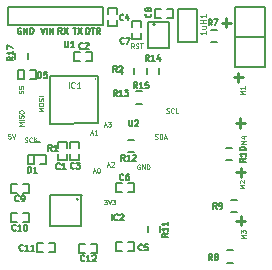
<source format=gto>
G04 #@! TF.FileFunction,Legend,Top*
%FSLAX46Y46*%
G04 Gerber Fmt 4.6, Leading zero omitted, Abs format (unit mm)*
G04 Created by KiCad (PCBNEW (2014-12-04 BZR 5312)-product) date 1/18/2015 1:19:07 PM*
%MOMM*%
G01*
G04 APERTURE LIST*
%ADD10C,0.100000*%
%ADD11C,0.254000*%
%ADD12C,0.127000*%
%ADD13C,0.150000*%
%ADD14C,0.125000*%
G04 APERTURE END LIST*
D10*
D11*
X65190673Y-36282811D02*
X65964768Y-36282811D01*
X65577720Y-36669859D02*
X65577720Y-35895764D01*
X66432733Y-53039191D02*
X67206828Y-53039191D01*
X66819780Y-53426239D02*
X66819780Y-52652144D01*
X66422573Y-48937091D02*
X67196668Y-48937091D01*
X66809620Y-49324139D02*
X66809620Y-48550044D01*
X66376853Y-44776571D02*
X67150948Y-44776571D01*
X66763900Y-45163619D02*
X66763900Y-44389524D01*
X66226993Y-40923391D02*
X67001088Y-40923391D01*
X66614040Y-41310439D02*
X66614040Y-40536344D01*
D12*
X53737328Y-37229990D02*
X53737328Y-36721990D01*
X53858281Y-36721990D01*
X53930852Y-36746180D01*
X53979233Y-36794561D01*
X54003424Y-36842942D01*
X54027614Y-36939704D01*
X54027614Y-37012275D01*
X54003424Y-37109037D01*
X53979233Y-37157418D01*
X53930852Y-37205799D01*
X53858281Y-37229990D01*
X53737328Y-37229990D01*
X54172757Y-36721990D02*
X54463043Y-36721990D01*
X54317900Y-37229990D02*
X54317900Y-36721990D01*
X54922662Y-37229990D02*
X54753329Y-36988085D01*
X54632376Y-37229990D02*
X54632376Y-36721990D01*
X54825900Y-36721990D01*
X54874281Y-36746180D01*
X54898472Y-36770370D01*
X54922662Y-36818751D01*
X54922662Y-36891323D01*
X54898472Y-36939704D01*
X54874281Y-36963894D01*
X54825900Y-36988085D01*
X54632376Y-36988085D01*
X52615132Y-36721990D02*
X52905418Y-36721990D01*
X52760275Y-37229990D02*
X52760275Y-36721990D01*
X53026370Y-36721990D02*
X53365037Y-37229990D01*
X53365037Y-36721990D02*
X53026370Y-37229990D01*
X51655133Y-37229990D02*
X51485800Y-36988085D01*
X51364847Y-37229990D02*
X51364847Y-36721990D01*
X51558371Y-36721990D01*
X51606752Y-36746180D01*
X51630943Y-36770370D01*
X51655133Y-36818751D01*
X51655133Y-36891323D01*
X51630943Y-36939704D01*
X51606752Y-36963894D01*
X51558371Y-36988085D01*
X51364847Y-36988085D01*
X51824466Y-36721990D02*
X52163133Y-37229990D01*
X52163133Y-36721990D02*
X51824466Y-37229990D01*
X49885479Y-36721990D02*
X50054812Y-37229990D01*
X50224146Y-36721990D01*
X50393479Y-37229990D02*
X50393479Y-36721990D01*
X50635384Y-37229990D02*
X50635384Y-36721990D01*
X50925670Y-37229990D01*
X50925670Y-36721990D01*
X48205693Y-36746180D02*
X48157312Y-36721990D01*
X48084740Y-36721990D01*
X48012169Y-36746180D01*
X47963788Y-36794561D01*
X47939597Y-36842942D01*
X47915407Y-36939704D01*
X47915407Y-37012275D01*
X47939597Y-37109037D01*
X47963788Y-37157418D01*
X48012169Y-37205799D01*
X48084740Y-37229990D01*
X48133121Y-37229990D01*
X48205693Y-37205799D01*
X48229883Y-37181609D01*
X48229883Y-37012275D01*
X48133121Y-37012275D01*
X48447597Y-37229990D02*
X48447597Y-36721990D01*
X48737883Y-37229990D01*
X48737883Y-36721990D01*
X48979787Y-37229990D02*
X48979787Y-36721990D01*
X49100740Y-36721990D01*
X49173311Y-36746180D01*
X49221692Y-36794561D01*
X49245883Y-36842942D01*
X49270073Y-36939704D01*
X49270073Y-37012275D01*
X49245883Y-37109037D01*
X49221692Y-37157418D01*
X49173311Y-37205799D01*
X49100740Y-37229990D01*
X48979787Y-37229990D01*
D13*
X52105020Y-46860460D02*
X52105020Y-46352460D01*
X52105020Y-46352460D02*
X51343020Y-46352460D01*
X51343020Y-46352460D02*
X51343020Y-46860460D01*
X52105020Y-47368460D02*
X52105020Y-47876460D01*
X52105020Y-47876460D02*
X51343020Y-47876460D01*
X51343020Y-47876460D02*
X51343020Y-47368460D01*
X53721900Y-39554200D02*
X54229900Y-39554200D01*
X54229900Y-39554200D02*
X54229900Y-38792200D01*
X54229900Y-38792200D02*
X53721900Y-38792200D01*
X53213900Y-39554200D02*
X52705900Y-39554200D01*
X52705900Y-39554200D02*
X52705900Y-38792200D01*
X52705900Y-38792200D02*
X53213900Y-38792200D01*
X53118480Y-46860460D02*
X53118480Y-46352460D01*
X53118480Y-46352460D02*
X52356480Y-46352460D01*
X52356480Y-46352460D02*
X52356480Y-46860460D01*
X53118480Y-47368460D02*
X53118480Y-47876460D01*
X53118480Y-47876460D02*
X52356480Y-47876460D01*
X52356480Y-47876460D02*
X52356480Y-47368460D01*
X56370220Y-35554920D02*
X56370220Y-35046920D01*
X56370220Y-35046920D02*
X55608220Y-35046920D01*
X55608220Y-35046920D02*
X55608220Y-35554920D01*
X56370220Y-36062920D02*
X56370220Y-36570920D01*
X56370220Y-36570920D02*
X55608220Y-36570920D01*
X55608220Y-36570920D02*
X55608220Y-36062920D01*
X56776620Y-54881780D02*
X56268620Y-54881780D01*
X56268620Y-54881780D02*
X56268620Y-55643780D01*
X56268620Y-55643780D02*
X56776620Y-55643780D01*
X57284620Y-54881780D02*
X57792620Y-54881780D01*
X57792620Y-54881780D02*
X57792620Y-55643780D01*
X57792620Y-55643780D02*
X57284620Y-55643780D01*
X56758840Y-49832260D02*
X56250840Y-49832260D01*
X56250840Y-49832260D02*
X56250840Y-50594260D01*
X56250840Y-50594260D02*
X56758840Y-50594260D01*
X57266840Y-49832260D02*
X57774840Y-49832260D01*
X57774840Y-49832260D02*
X57774840Y-50594260D01*
X57774840Y-50594260D02*
X57266840Y-50594260D01*
X57646950Y-37133350D02*
X57646950Y-37641350D01*
X57646950Y-37641350D02*
X58408950Y-37641350D01*
X58408950Y-37641350D02*
X58408950Y-37133350D01*
X57646950Y-36625350D02*
X57646950Y-36117350D01*
X57646950Y-36117350D02*
X58408950Y-36117350D01*
X58408950Y-36117350D02*
X58408950Y-36625350D01*
X60567950Y-35863350D02*
X61075950Y-35863350D01*
X61075950Y-35863350D02*
X61075950Y-35101350D01*
X61075950Y-35101350D02*
X60567950Y-35101350D01*
X60059950Y-35863350D02*
X59551950Y-35863350D01*
X59551950Y-35863350D02*
X59551950Y-35101350D01*
X59551950Y-35101350D02*
X60059950Y-35101350D01*
X48342450Y-50711950D02*
X48850450Y-50711950D01*
X48850450Y-50711950D02*
X48850450Y-49949950D01*
X48850450Y-49949950D02*
X48342450Y-49949950D01*
X47834450Y-50711950D02*
X47326450Y-50711950D01*
X47326450Y-50711950D02*
X47326450Y-49949950D01*
X47326450Y-49949950D02*
X47834450Y-49949950D01*
X48393250Y-53201150D02*
X48901250Y-53201150D01*
X48901250Y-53201150D02*
X48901250Y-52439150D01*
X48901250Y-52439150D02*
X48393250Y-52439150D01*
X47885250Y-53201150D02*
X47377250Y-53201150D01*
X47377250Y-53201150D02*
X47377250Y-52439150D01*
X47377250Y-52439150D02*
X47885250Y-52439150D01*
X50568860Y-55737760D02*
X51076860Y-55737760D01*
X51076860Y-55737760D02*
X51076860Y-54975760D01*
X51076860Y-54975760D02*
X50568860Y-54975760D01*
X50060860Y-55737760D02*
X49552860Y-55737760D01*
X49552860Y-55737760D02*
X49552860Y-54975760D01*
X49552860Y-54975760D02*
X50060860Y-54975760D01*
X54157880Y-55747920D02*
X54665880Y-55747920D01*
X54665880Y-55747920D02*
X54665880Y-54985920D01*
X54665880Y-54985920D02*
X54157880Y-54985920D01*
X53649880Y-55747920D02*
X53141880Y-55747920D01*
X53141880Y-55747920D02*
X53141880Y-54985920D01*
X53141880Y-54985920D02*
X53649880Y-54985920D01*
X49310480Y-48271700D02*
X49300480Y-47511700D01*
X49814480Y-48272700D02*
X50322480Y-48272700D01*
X50322480Y-48272700D02*
X50322480Y-47510700D01*
X50322480Y-47510700D02*
X49814480Y-47510700D01*
X49306480Y-48272700D02*
X48798480Y-48272700D01*
X48798480Y-48272700D02*
X48798480Y-47510700D01*
X48798480Y-47510700D02*
X49306480Y-47510700D01*
X49300320Y-47479440D02*
X49800320Y-47479440D01*
X49800320Y-46429440D02*
X49300320Y-46429440D01*
X57789300Y-40610600D02*
X57789300Y-40110600D01*
X56739300Y-40110600D02*
X56739300Y-40610600D01*
X64766000Y-36863800D02*
X64266000Y-36863800D01*
X64266000Y-37913800D02*
X64766000Y-37913800D01*
X66137600Y-55555660D02*
X65637600Y-55555660D01*
X65637600Y-56605660D02*
X66137600Y-56605660D01*
X66483040Y-51285920D02*
X65983040Y-51285920D01*
X65983040Y-52335920D02*
X66483040Y-52335920D01*
X66063940Y-46894260D02*
X65563940Y-46894260D01*
X65563940Y-47944260D02*
X66063940Y-47944260D01*
X58933860Y-53539580D02*
X58933860Y-54039580D01*
X59983860Y-54039580D02*
X59983860Y-53539580D01*
X57281000Y-47250840D02*
X57781000Y-47250840D01*
X57781000Y-46200840D02*
X57281000Y-46200840D01*
X58483530Y-42110170D02*
X57983530Y-42110170D01*
X57983530Y-43160170D02*
X58483530Y-43160170D01*
X59894960Y-40610600D02*
X59894960Y-40110600D01*
X58844960Y-40110600D02*
X58844960Y-40610600D01*
X58843400Y-40610600D02*
X58843400Y-40110600D01*
X57793400Y-40110600D02*
X57793400Y-40610600D01*
X59529861Y-36436150D02*
G75*
G03X59529861Y-36436150I-72111J0D01*
G01*
X60777750Y-36256150D02*
X60777750Y-38416150D01*
X60777750Y-38416150D02*
X58977750Y-38416150D01*
X58977750Y-38416150D02*
X58977750Y-36256150D01*
X58977750Y-36256150D02*
X60757750Y-36256150D01*
X60757750Y-36256150D02*
X60777750Y-36256150D01*
X53046208Y-51233150D02*
G75*
G03X53046208Y-51233150I-76158J0D01*
G01*
X53330050Y-50863150D02*
X50690050Y-50863150D01*
X50690050Y-50863150D02*
X50690050Y-53463150D01*
X50690050Y-53463150D02*
X53320050Y-53463150D01*
X53320050Y-53463150D02*
X53320050Y-50863150D01*
X54547900Y-41063200D02*
G75*
G03X54547900Y-41063200I-50000J0D01*
G01*
X54717900Y-40823200D02*
X54717900Y-44813200D01*
X54717900Y-44813200D02*
X50697900Y-44823200D01*
X50697900Y-44823200D02*
X50697900Y-40823200D01*
X50697900Y-40823200D02*
X54707900Y-40823200D01*
X61490550Y-37898350D02*
X63090550Y-37898350D01*
X63090550Y-37898350D02*
X63090550Y-35128350D01*
X63090550Y-35128350D02*
X61470550Y-35128350D01*
X61470550Y-35128350D02*
X61470550Y-37898350D01*
X61470550Y-37898350D02*
X61530550Y-37898350D01*
X48456500Y-41045400D02*
X48446500Y-40285400D01*
X48960500Y-41046400D02*
X49468500Y-41046400D01*
X49468500Y-41046400D02*
X49468500Y-40284400D01*
X49468500Y-40284400D02*
X48960500Y-40284400D01*
X48452500Y-41046400D02*
X47944500Y-41046400D01*
X47944500Y-41046400D02*
X47944500Y-40284400D01*
X47944500Y-40284400D02*
X48452500Y-40284400D01*
X48774300Y-39340600D02*
X48774300Y-38840600D01*
X47724300Y-38840600D02*
X47724300Y-39340600D01*
X68834000Y-37515800D02*
X66294000Y-37515800D01*
X68834000Y-40055800D02*
X66294000Y-40055800D01*
X66294000Y-40055800D02*
X66294000Y-37515800D01*
X66294000Y-37515800D02*
X66294000Y-34975800D01*
X66294000Y-34975800D02*
X68834000Y-34975800D01*
X68834000Y-34975800D02*
X68834000Y-40055800D01*
X47134880Y-34991140D02*
X55134880Y-34991140D01*
X55134880Y-34991140D02*
X55134880Y-36491140D01*
X55134880Y-36491140D02*
X47134880Y-36491140D01*
X47134880Y-36491140D02*
X47134880Y-34991140D01*
D12*
X51924252Y-37867530D02*
X51924252Y-38278768D01*
X51948443Y-38327149D01*
X51972633Y-38351339D01*
X52021014Y-38375530D01*
X52117776Y-38375530D01*
X52166157Y-38351339D01*
X52190348Y-38327149D01*
X52214538Y-38278768D01*
X52214538Y-37867530D01*
X52722538Y-38375530D02*
X52432252Y-38375530D01*
X52577395Y-38375530D02*
X52577395Y-37867530D01*
X52529014Y-37940101D01*
X52480633Y-37988482D01*
X52432252Y-38012672D01*
X51494573Y-48621769D02*
X51470383Y-48645959D01*
X51397811Y-48670150D01*
X51349430Y-48670150D01*
X51276859Y-48645959D01*
X51228478Y-48597578D01*
X51204287Y-48549197D01*
X51180097Y-48452435D01*
X51180097Y-48379864D01*
X51204287Y-48283102D01*
X51228478Y-48234721D01*
X51276859Y-48186340D01*
X51349430Y-48162150D01*
X51397811Y-48162150D01*
X51470383Y-48186340D01*
X51494573Y-48210530D01*
X51978383Y-48670150D02*
X51688097Y-48670150D01*
X51833240Y-48670150D02*
X51833240Y-48162150D01*
X51784859Y-48234721D01*
X51736478Y-48283102D01*
X51688097Y-48307292D01*
X53443293Y-38449069D02*
X53419103Y-38473259D01*
X53346531Y-38497450D01*
X53298150Y-38497450D01*
X53225579Y-38473259D01*
X53177198Y-38424878D01*
X53153007Y-38376497D01*
X53128817Y-38279735D01*
X53128817Y-38207164D01*
X53153007Y-38110402D01*
X53177198Y-38062021D01*
X53225579Y-38013640D01*
X53298150Y-37989450D01*
X53346531Y-37989450D01*
X53419103Y-38013640D01*
X53443293Y-38037830D01*
X53636817Y-38037830D02*
X53661007Y-38013640D01*
X53709388Y-37989450D01*
X53830341Y-37989450D01*
X53878722Y-38013640D01*
X53902912Y-38037830D01*
X53927103Y-38086211D01*
X53927103Y-38134592D01*
X53902912Y-38207164D01*
X53612626Y-38497450D01*
X53927103Y-38497450D01*
X52726473Y-48588749D02*
X52702283Y-48612939D01*
X52629711Y-48637130D01*
X52581330Y-48637130D01*
X52508759Y-48612939D01*
X52460378Y-48564558D01*
X52436187Y-48516177D01*
X52411997Y-48419415D01*
X52411997Y-48346844D01*
X52436187Y-48250082D01*
X52460378Y-48201701D01*
X52508759Y-48153320D01*
X52581330Y-48129130D01*
X52629711Y-48129130D01*
X52702283Y-48153320D01*
X52726473Y-48177510D01*
X52895806Y-48129130D02*
X53210283Y-48129130D01*
X53040949Y-48322653D01*
X53113521Y-48322653D01*
X53161902Y-48346844D01*
X53186092Y-48371034D01*
X53210283Y-48419415D01*
X53210283Y-48540368D01*
X53186092Y-48588749D01*
X53161902Y-48612939D01*
X53113521Y-48637130D01*
X52968378Y-48637130D01*
X52919997Y-48612939D01*
X52895806Y-48588749D01*
X56872293Y-36038609D02*
X56848103Y-36062799D01*
X56775531Y-36086990D01*
X56727150Y-36086990D01*
X56654579Y-36062799D01*
X56606198Y-36014418D01*
X56582007Y-35966037D01*
X56557817Y-35869275D01*
X56557817Y-35796704D01*
X56582007Y-35699942D01*
X56606198Y-35651561D01*
X56654579Y-35603180D01*
X56727150Y-35578990D01*
X56775531Y-35578990D01*
X56848103Y-35603180D01*
X56872293Y-35627370D01*
X57307722Y-35748323D02*
X57307722Y-36086990D01*
X57186769Y-35554799D02*
X57065817Y-35917656D01*
X57380293Y-35917656D01*
X58459793Y-55507709D02*
X58435603Y-55531899D01*
X58363031Y-55556090D01*
X58314650Y-55556090D01*
X58242079Y-55531899D01*
X58193698Y-55483518D01*
X58169507Y-55435137D01*
X58145317Y-55338375D01*
X58145317Y-55265804D01*
X58169507Y-55169042D01*
X58193698Y-55120661D01*
X58242079Y-55072280D01*
X58314650Y-55048090D01*
X58363031Y-55048090D01*
X58435603Y-55072280D01*
X58459793Y-55096470D01*
X58919412Y-55048090D02*
X58677507Y-55048090D01*
X58653317Y-55289994D01*
X58677507Y-55265804D01*
X58725888Y-55241613D01*
X58846841Y-55241613D01*
X58895222Y-55265804D01*
X58919412Y-55289994D01*
X58943603Y-55338375D01*
X58943603Y-55459328D01*
X58919412Y-55507709D01*
X58895222Y-55531899D01*
X58846841Y-55556090D01*
X58725888Y-55556090D01*
X58677507Y-55531899D01*
X58653317Y-55507709D01*
X56882453Y-49556489D02*
X56858263Y-49580679D01*
X56785691Y-49604870D01*
X56737310Y-49604870D01*
X56664739Y-49580679D01*
X56616358Y-49532298D01*
X56592167Y-49483917D01*
X56567977Y-49387155D01*
X56567977Y-49314584D01*
X56592167Y-49217822D01*
X56616358Y-49169441D01*
X56664739Y-49121060D01*
X56737310Y-49096870D01*
X56785691Y-49096870D01*
X56858263Y-49121060D01*
X56882453Y-49145250D01*
X57317882Y-49096870D02*
X57221120Y-49096870D01*
X57172739Y-49121060D01*
X57148548Y-49145250D01*
X57100167Y-49217822D01*
X57075977Y-49314584D01*
X57075977Y-49508108D01*
X57100167Y-49556489D01*
X57124358Y-49580679D01*
X57172739Y-49604870D01*
X57269501Y-49604870D01*
X57317882Y-49580679D01*
X57342072Y-49556489D01*
X57366263Y-49508108D01*
X57366263Y-49387155D01*
X57342072Y-49338774D01*
X57317882Y-49314584D01*
X57269501Y-49290393D01*
X57172739Y-49290393D01*
X57124358Y-49314584D01*
X57100167Y-49338774D01*
X57075977Y-49387155D01*
X56928173Y-38022349D02*
X56903983Y-38046539D01*
X56831411Y-38070730D01*
X56783030Y-38070730D01*
X56710459Y-38046539D01*
X56662078Y-37998158D01*
X56637887Y-37949777D01*
X56613697Y-37853015D01*
X56613697Y-37780444D01*
X56637887Y-37683682D01*
X56662078Y-37635301D01*
X56710459Y-37586920D01*
X56783030Y-37562730D01*
X56831411Y-37562730D01*
X56903983Y-37586920D01*
X56928173Y-37611110D01*
X57097506Y-37562730D02*
X57436173Y-37562730D01*
X57218459Y-38070730D01*
X59195379Y-35517017D02*
X59219569Y-35541207D01*
X59243760Y-35613779D01*
X59243760Y-35662160D01*
X59219569Y-35734731D01*
X59171188Y-35783112D01*
X59122807Y-35807303D01*
X59026045Y-35831493D01*
X58953474Y-35831493D01*
X58856712Y-35807303D01*
X58808331Y-35783112D01*
X58759950Y-35734731D01*
X58735760Y-35662160D01*
X58735760Y-35613779D01*
X58759950Y-35541207D01*
X58784140Y-35517017D01*
X58953474Y-35226731D02*
X58929283Y-35275112D01*
X58905093Y-35299303D01*
X58856712Y-35323493D01*
X58832521Y-35323493D01*
X58784140Y-35299303D01*
X58759950Y-35275112D01*
X58735760Y-35226731D01*
X58735760Y-35129969D01*
X58759950Y-35081588D01*
X58784140Y-35057398D01*
X58832521Y-35033207D01*
X58856712Y-35033207D01*
X58905093Y-35057398D01*
X58929283Y-35081588D01*
X58953474Y-35129969D01*
X58953474Y-35226731D01*
X58977664Y-35275112D01*
X59001855Y-35299303D01*
X59050236Y-35323493D01*
X59146998Y-35323493D01*
X59195379Y-35299303D01*
X59219569Y-35275112D01*
X59243760Y-35226731D01*
X59243760Y-35129969D01*
X59219569Y-35081588D01*
X59195379Y-35057398D01*
X59146998Y-35033207D01*
X59050236Y-35033207D01*
X59001855Y-35057398D01*
X58977664Y-35081588D01*
X58953474Y-35129969D01*
X48029183Y-51375979D02*
X48004993Y-51400169D01*
X47932421Y-51424360D01*
X47884040Y-51424360D01*
X47811469Y-51400169D01*
X47763088Y-51351788D01*
X47738897Y-51303407D01*
X47714707Y-51206645D01*
X47714707Y-51134074D01*
X47738897Y-51037312D01*
X47763088Y-50988931D01*
X47811469Y-50940550D01*
X47884040Y-50916360D01*
X47932421Y-50916360D01*
X48004993Y-50940550D01*
X48029183Y-50964740D01*
X48271088Y-51424360D02*
X48367850Y-51424360D01*
X48416231Y-51400169D01*
X48440421Y-51375979D01*
X48488802Y-51303407D01*
X48512993Y-51206645D01*
X48512993Y-51013121D01*
X48488802Y-50964740D01*
X48464612Y-50940550D01*
X48416231Y-50916360D01*
X48319469Y-50916360D01*
X48271088Y-50940550D01*
X48246897Y-50964740D01*
X48222707Y-51013121D01*
X48222707Y-51134074D01*
X48246897Y-51182455D01*
X48271088Y-51206645D01*
X48319469Y-51230836D01*
X48416231Y-51230836D01*
X48464612Y-51206645D01*
X48488802Y-51182455D01*
X48512993Y-51134074D01*
X47761878Y-53839779D02*
X47737688Y-53863969D01*
X47665116Y-53888160D01*
X47616735Y-53888160D01*
X47544164Y-53863969D01*
X47495783Y-53815588D01*
X47471592Y-53767207D01*
X47447402Y-53670445D01*
X47447402Y-53597874D01*
X47471592Y-53501112D01*
X47495783Y-53452731D01*
X47544164Y-53404350D01*
X47616735Y-53380160D01*
X47665116Y-53380160D01*
X47737688Y-53404350D01*
X47761878Y-53428540D01*
X48245688Y-53888160D02*
X47955402Y-53888160D01*
X48100545Y-53888160D02*
X48100545Y-53380160D01*
X48052164Y-53452731D01*
X48003783Y-53501112D01*
X47955402Y-53525302D01*
X48560164Y-53380160D02*
X48608545Y-53380160D01*
X48656926Y-53404350D01*
X48681117Y-53428540D01*
X48705307Y-53476921D01*
X48729498Y-53573683D01*
X48729498Y-53694636D01*
X48705307Y-53791398D01*
X48681117Y-53839779D01*
X48656926Y-53863969D01*
X48608545Y-53888160D01*
X48560164Y-53888160D01*
X48511783Y-53863969D01*
X48487593Y-53839779D01*
X48463402Y-53791398D01*
X48439212Y-53694636D01*
X48439212Y-53573683D01*
X48463402Y-53476921D01*
X48487593Y-53428540D01*
X48511783Y-53404350D01*
X48560164Y-53380160D01*
X48376758Y-55547499D02*
X48352568Y-55571689D01*
X48279996Y-55595880D01*
X48231615Y-55595880D01*
X48159044Y-55571689D01*
X48110663Y-55523308D01*
X48086472Y-55474927D01*
X48062282Y-55378165D01*
X48062282Y-55305594D01*
X48086472Y-55208832D01*
X48110663Y-55160451D01*
X48159044Y-55112070D01*
X48231615Y-55087880D01*
X48279996Y-55087880D01*
X48352568Y-55112070D01*
X48376758Y-55136260D01*
X48860568Y-55595880D02*
X48570282Y-55595880D01*
X48715425Y-55595880D02*
X48715425Y-55087880D01*
X48667044Y-55160451D01*
X48618663Y-55208832D01*
X48570282Y-55233022D01*
X49344378Y-55595880D02*
X49054092Y-55595880D01*
X49199235Y-55595880D02*
X49199235Y-55087880D01*
X49150854Y-55160451D01*
X49102473Y-55208832D01*
X49054092Y-55233022D01*
X53577308Y-56411949D02*
X53553118Y-56436139D01*
X53480546Y-56460330D01*
X53432165Y-56460330D01*
X53359594Y-56436139D01*
X53311213Y-56387758D01*
X53287022Y-56339377D01*
X53262832Y-56242615D01*
X53262832Y-56170044D01*
X53287022Y-56073282D01*
X53311213Y-56024901D01*
X53359594Y-55976520D01*
X53432165Y-55952330D01*
X53480546Y-55952330D01*
X53553118Y-55976520D01*
X53577308Y-56000710D01*
X54061118Y-56460330D02*
X53770832Y-56460330D01*
X53915975Y-56460330D02*
X53915975Y-55952330D01*
X53867594Y-56024901D01*
X53819213Y-56073282D01*
X53770832Y-56097472D01*
X54254642Y-56000710D02*
X54278832Y-55976520D01*
X54327213Y-55952330D01*
X54448166Y-55952330D01*
X54496547Y-55976520D01*
X54520737Y-56000710D01*
X54544928Y-56049091D01*
X54544928Y-56097472D01*
X54520737Y-56170044D01*
X54230451Y-56460330D01*
X54544928Y-56460330D01*
X48803647Y-48993990D02*
X48803647Y-48485990D01*
X48924600Y-48485990D01*
X48997171Y-48510180D01*
X49045552Y-48558561D01*
X49069743Y-48606942D01*
X49093933Y-48703704D01*
X49093933Y-48776275D01*
X49069743Y-48873037D01*
X49045552Y-48921418D01*
X48997171Y-48969799D01*
X48924600Y-48993990D01*
X48803647Y-48993990D01*
X49577743Y-48993990D02*
X49287457Y-48993990D01*
X49432600Y-48993990D02*
X49432600Y-48485990D01*
X49384219Y-48558561D01*
X49335838Y-48606942D01*
X49287457Y-48631132D01*
X50815653Y-47134250D02*
X50646320Y-46892345D01*
X50525367Y-47134250D02*
X50525367Y-46626250D01*
X50718891Y-46626250D01*
X50767272Y-46650440D01*
X50791463Y-46674630D01*
X50815653Y-46723011D01*
X50815653Y-46795583D01*
X50791463Y-46843964D01*
X50767272Y-46868154D01*
X50718891Y-46892345D01*
X50525367Y-46892345D01*
X51299463Y-47134250D02*
X51009177Y-47134250D01*
X51154320Y-47134250D02*
X51154320Y-46626250D01*
X51105939Y-46698821D01*
X51057558Y-46747202D01*
X51009177Y-46771392D01*
X56323653Y-40463410D02*
X56154320Y-40221505D01*
X56033367Y-40463410D02*
X56033367Y-39955410D01*
X56226891Y-39955410D01*
X56275272Y-39979600D01*
X56299463Y-40003790D01*
X56323653Y-40052171D01*
X56323653Y-40124743D01*
X56299463Y-40173124D01*
X56275272Y-40197314D01*
X56226891Y-40221505D01*
X56033367Y-40221505D01*
X56517177Y-40003790D02*
X56541367Y-39979600D01*
X56589748Y-39955410D01*
X56710701Y-39955410D01*
X56759082Y-39979600D01*
X56783272Y-40003790D01*
X56807463Y-40052171D01*
X56807463Y-40100552D01*
X56783272Y-40173124D01*
X56492986Y-40463410D01*
X56807463Y-40463410D01*
X64372913Y-36523870D02*
X64203580Y-36281965D01*
X64082627Y-36523870D02*
X64082627Y-36015870D01*
X64276151Y-36015870D01*
X64324532Y-36040060D01*
X64348723Y-36064250D01*
X64372913Y-36112631D01*
X64372913Y-36185203D01*
X64348723Y-36233584D01*
X64324532Y-36257774D01*
X64276151Y-36281965D01*
X64082627Y-36281965D01*
X64542246Y-36015870D02*
X64880913Y-36015870D01*
X64663199Y-36523870D01*
X64403393Y-56376510D02*
X64234060Y-56134605D01*
X64113107Y-56376510D02*
X64113107Y-55868510D01*
X64306631Y-55868510D01*
X64355012Y-55892700D01*
X64379203Y-55916890D01*
X64403393Y-55965271D01*
X64403393Y-56037843D01*
X64379203Y-56086224D01*
X64355012Y-56110414D01*
X64306631Y-56134605D01*
X64113107Y-56134605D01*
X64693679Y-56086224D02*
X64645298Y-56062033D01*
X64621107Y-56037843D01*
X64596917Y-55989462D01*
X64596917Y-55965271D01*
X64621107Y-55916890D01*
X64645298Y-55892700D01*
X64693679Y-55868510D01*
X64790441Y-55868510D01*
X64838822Y-55892700D01*
X64863012Y-55916890D01*
X64887203Y-55965271D01*
X64887203Y-55989462D01*
X64863012Y-56037843D01*
X64838822Y-56062033D01*
X64790441Y-56086224D01*
X64693679Y-56086224D01*
X64645298Y-56110414D01*
X64621107Y-56134605D01*
X64596917Y-56182986D01*
X64596917Y-56279748D01*
X64621107Y-56328129D01*
X64645298Y-56352319D01*
X64693679Y-56376510D01*
X64790441Y-56376510D01*
X64838822Y-56352319D01*
X64863012Y-56328129D01*
X64887203Y-56279748D01*
X64887203Y-56182986D01*
X64863012Y-56134605D01*
X64838822Y-56110414D01*
X64790441Y-56086224D01*
X64781853Y-52020410D02*
X64612520Y-51778505D01*
X64491567Y-52020410D02*
X64491567Y-51512410D01*
X64685091Y-51512410D01*
X64733472Y-51536600D01*
X64757663Y-51560790D01*
X64781853Y-51609171D01*
X64781853Y-51681743D01*
X64757663Y-51730124D01*
X64733472Y-51754314D01*
X64685091Y-51778505D01*
X64491567Y-51778505D01*
X65023758Y-52020410D02*
X65120520Y-52020410D01*
X65168901Y-51996219D01*
X65193091Y-51972029D01*
X65241472Y-51899457D01*
X65265663Y-51802695D01*
X65265663Y-51609171D01*
X65241472Y-51560790D01*
X65217282Y-51536600D01*
X65168901Y-51512410D01*
X65072139Y-51512410D01*
X65023758Y-51536600D01*
X64999567Y-51560790D01*
X64975377Y-51609171D01*
X64975377Y-51730124D01*
X64999567Y-51778505D01*
X65023758Y-51802695D01*
X65072139Y-51826886D01*
X65168901Y-51826886D01*
X65217282Y-51802695D01*
X65241472Y-51778505D01*
X65265663Y-51730124D01*
X67245170Y-47776312D02*
X67003265Y-47945645D01*
X67245170Y-48066598D02*
X66737170Y-48066598D01*
X66737170Y-47873074D01*
X66761360Y-47824693D01*
X66785550Y-47800502D01*
X66833931Y-47776312D01*
X66906503Y-47776312D01*
X66954884Y-47800502D01*
X66979074Y-47824693D01*
X67003265Y-47873074D01*
X67003265Y-48066598D01*
X67245170Y-47292502D02*
X67245170Y-47582788D01*
X67245170Y-47437645D02*
X66737170Y-47437645D01*
X66809741Y-47486026D01*
X66858122Y-47534407D01*
X66882312Y-47582788D01*
X66737170Y-46978026D02*
X66737170Y-46929645D01*
X66761360Y-46881264D01*
X66785550Y-46857073D01*
X66833931Y-46832883D01*
X66930693Y-46808692D01*
X67051646Y-46808692D01*
X67148408Y-46832883D01*
X67196789Y-46857073D01*
X67220979Y-46881264D01*
X67245170Y-46929645D01*
X67245170Y-46978026D01*
X67220979Y-47026407D01*
X67196789Y-47050597D01*
X67148408Y-47074788D01*
X67051646Y-47098978D01*
X66930693Y-47098978D01*
X66833931Y-47074788D01*
X66785550Y-47050597D01*
X66761360Y-47026407D01*
X66737170Y-46978026D01*
X60648790Y-54116152D02*
X60406885Y-54285485D01*
X60648790Y-54406438D02*
X60140790Y-54406438D01*
X60140790Y-54212914D01*
X60164980Y-54164533D01*
X60189170Y-54140342D01*
X60237551Y-54116152D01*
X60310123Y-54116152D01*
X60358504Y-54140342D01*
X60382694Y-54164533D01*
X60406885Y-54212914D01*
X60406885Y-54406438D01*
X60648790Y-53632342D02*
X60648790Y-53922628D01*
X60648790Y-53777485D02*
X60140790Y-53777485D01*
X60213361Y-53825866D01*
X60261742Y-53874247D01*
X60285932Y-53922628D01*
X60648790Y-53148532D02*
X60648790Y-53438818D01*
X60648790Y-53293675D02*
X60140790Y-53293675D01*
X60213361Y-53342056D01*
X60261742Y-53390437D01*
X60285932Y-53438818D01*
X56978368Y-47969110D02*
X56809035Y-47727205D01*
X56688082Y-47969110D02*
X56688082Y-47461110D01*
X56881606Y-47461110D01*
X56929987Y-47485300D01*
X56954178Y-47509490D01*
X56978368Y-47557871D01*
X56978368Y-47630443D01*
X56954178Y-47678824D01*
X56929987Y-47703014D01*
X56881606Y-47727205D01*
X56688082Y-47727205D01*
X57462178Y-47969110D02*
X57171892Y-47969110D01*
X57317035Y-47969110D02*
X57317035Y-47461110D01*
X57268654Y-47533681D01*
X57220273Y-47582062D01*
X57171892Y-47606252D01*
X57655702Y-47509490D02*
X57679892Y-47485300D01*
X57728273Y-47461110D01*
X57849226Y-47461110D01*
X57897607Y-47485300D01*
X57921797Y-47509490D01*
X57945988Y-47557871D01*
X57945988Y-47606252D01*
X57921797Y-47678824D01*
X57631511Y-47969110D01*
X57945988Y-47969110D01*
X56333208Y-42497950D02*
X56163875Y-42256045D01*
X56042922Y-42497950D02*
X56042922Y-41989950D01*
X56236446Y-41989950D01*
X56284827Y-42014140D01*
X56309018Y-42038330D01*
X56333208Y-42086711D01*
X56333208Y-42159283D01*
X56309018Y-42207664D01*
X56284827Y-42231854D01*
X56236446Y-42256045D01*
X56042922Y-42256045D01*
X56817018Y-42497950D02*
X56526732Y-42497950D01*
X56671875Y-42497950D02*
X56671875Y-41989950D01*
X56623494Y-42062521D01*
X56575113Y-42110902D01*
X56526732Y-42135092D01*
X56986351Y-41989950D02*
X57300828Y-41989950D01*
X57131494Y-42183473D01*
X57204066Y-42183473D01*
X57252447Y-42207664D01*
X57276637Y-42231854D01*
X57300828Y-42280235D01*
X57300828Y-42401188D01*
X57276637Y-42449569D01*
X57252447Y-42473759D01*
X57204066Y-42497950D01*
X57058923Y-42497950D01*
X57010542Y-42473759D01*
X56986351Y-42449569D01*
X59058628Y-39493130D02*
X58889295Y-39251225D01*
X58768342Y-39493130D02*
X58768342Y-38985130D01*
X58961866Y-38985130D01*
X59010247Y-39009320D01*
X59034438Y-39033510D01*
X59058628Y-39081891D01*
X59058628Y-39154463D01*
X59034438Y-39202844D01*
X59010247Y-39227034D01*
X58961866Y-39251225D01*
X58768342Y-39251225D01*
X59542438Y-39493130D02*
X59252152Y-39493130D01*
X59397295Y-39493130D02*
X59397295Y-38985130D01*
X59348914Y-39057701D01*
X59300533Y-39106082D01*
X59252152Y-39130272D01*
X59977867Y-39154463D02*
X59977867Y-39493130D01*
X59856914Y-38960939D02*
X59735962Y-39323796D01*
X60050438Y-39323796D01*
X58050248Y-41837550D02*
X57880915Y-41595645D01*
X57759962Y-41837550D02*
X57759962Y-41329550D01*
X57953486Y-41329550D01*
X58001867Y-41353740D01*
X58026058Y-41377930D01*
X58050248Y-41426311D01*
X58050248Y-41498883D01*
X58026058Y-41547264D01*
X58001867Y-41571454D01*
X57953486Y-41595645D01*
X57759962Y-41595645D01*
X58534058Y-41837550D02*
X58243772Y-41837550D01*
X58388915Y-41837550D02*
X58388915Y-41329550D01*
X58340534Y-41402121D01*
X58292153Y-41450502D01*
X58243772Y-41474692D01*
X58993677Y-41329550D02*
X58751772Y-41329550D01*
X58727582Y-41571454D01*
X58751772Y-41547264D01*
X58800153Y-41523073D01*
X58921106Y-41523073D01*
X58969487Y-41547264D01*
X58993677Y-41571454D01*
X59017868Y-41619835D01*
X59017868Y-41740788D01*
X58993677Y-41789169D01*
X58969487Y-41813359D01*
X58921106Y-41837550D01*
X58800153Y-41837550D01*
X58751772Y-41813359D01*
X58727582Y-41789169D01*
X55881935Y-53021170D02*
X55881935Y-52513170D01*
X56414126Y-52972789D02*
X56389936Y-52996979D01*
X56317364Y-53021170D01*
X56268983Y-53021170D01*
X56196412Y-52996979D01*
X56148031Y-52948598D01*
X56123840Y-52900217D01*
X56099650Y-52803455D01*
X56099650Y-52730884D01*
X56123840Y-52634122D01*
X56148031Y-52585741D01*
X56196412Y-52537360D01*
X56268983Y-52513170D01*
X56317364Y-52513170D01*
X56389936Y-52537360D01*
X56414126Y-52561550D01*
X56607650Y-52561550D02*
X56631840Y-52537360D01*
X56680221Y-52513170D01*
X56801174Y-52513170D01*
X56849555Y-52537360D01*
X56873745Y-52561550D01*
X56897936Y-52609931D01*
X56897936Y-52658312D01*
X56873745Y-52730884D01*
X56583459Y-53021170D01*
X56897936Y-53021170D01*
D14*
X52230126Y-41812470D02*
X52230126Y-41312470D01*
X52753935Y-41764851D02*
X52730125Y-41788661D01*
X52658697Y-41812470D01*
X52611078Y-41812470D01*
X52539649Y-41788661D01*
X52492030Y-41741042D01*
X52468221Y-41693423D01*
X52444411Y-41598185D01*
X52444411Y-41526756D01*
X52468221Y-41431518D01*
X52492030Y-41383899D01*
X52539649Y-41336280D01*
X52611078Y-41312470D01*
X52658697Y-41312470D01*
X52730125Y-41336280D01*
X52753935Y-41360090D01*
X53230125Y-41812470D02*
X52944411Y-41812470D01*
X53087268Y-41812470D02*
X53087268Y-41312470D01*
X53039649Y-41383899D01*
X52992030Y-41431518D01*
X52944411Y-41455328D01*
X63868430Y-36999313D02*
X63868430Y-37285027D01*
X63868430Y-37142170D02*
X63368430Y-37142170D01*
X63439859Y-37189789D01*
X63487478Y-37237408D01*
X63511288Y-37285027D01*
X63535097Y-36570742D02*
X63868430Y-36570742D01*
X63535097Y-36785027D02*
X63797002Y-36785027D01*
X63844621Y-36761218D01*
X63868430Y-36713599D01*
X63868430Y-36642170D01*
X63844621Y-36594551D01*
X63820811Y-36570742D01*
X63868430Y-36332646D02*
X63368430Y-36332646D01*
X63606526Y-36332646D02*
X63606526Y-36046932D01*
X63868430Y-36046932D02*
X63368430Y-36046932D01*
X63868430Y-35546932D02*
X63868430Y-35832646D01*
X63868430Y-35689789D02*
X63368430Y-35689789D01*
X63439859Y-35737408D01*
X63487478Y-35785027D01*
X63511288Y-35832646D01*
D12*
X49652347Y-40971410D02*
X49652347Y-40463410D01*
X49773300Y-40463410D01*
X49845871Y-40487600D01*
X49894252Y-40535981D01*
X49918443Y-40584362D01*
X49942633Y-40681124D01*
X49942633Y-40753695D01*
X49918443Y-40850457D01*
X49894252Y-40898838D01*
X49845871Y-40947219D01*
X49773300Y-40971410D01*
X49652347Y-40971410D01*
X50402252Y-40463410D02*
X50160347Y-40463410D01*
X50136157Y-40705314D01*
X50160347Y-40681124D01*
X50208728Y-40656933D01*
X50329681Y-40656933D01*
X50378062Y-40681124D01*
X50402252Y-40705314D01*
X50426443Y-40753695D01*
X50426443Y-40874648D01*
X50402252Y-40923029D01*
X50378062Y-40947219D01*
X50329681Y-40971410D01*
X50208728Y-40971410D01*
X50160347Y-40947219D01*
X50136157Y-40923029D01*
X47550010Y-39165712D02*
X47308105Y-39335045D01*
X47550010Y-39455998D02*
X47042010Y-39455998D01*
X47042010Y-39262474D01*
X47066200Y-39214093D01*
X47090390Y-39189902D01*
X47138771Y-39165712D01*
X47211343Y-39165712D01*
X47259724Y-39189902D01*
X47283914Y-39214093D01*
X47308105Y-39262474D01*
X47308105Y-39455998D01*
X47550010Y-38681902D02*
X47550010Y-38972188D01*
X47550010Y-38827045D02*
X47042010Y-38827045D01*
X47114581Y-38875426D01*
X47162962Y-38923807D01*
X47187152Y-38972188D01*
X47042010Y-38512569D02*
X47042010Y-38173902D01*
X47550010Y-38391616D01*
D10*
X54308706Y-48867347D02*
X54499183Y-48867347D01*
X54270611Y-48981632D02*
X54403945Y-48581632D01*
X54537278Y-48981632D01*
X54746802Y-48581632D02*
X54784897Y-48581632D01*
X54822992Y-48600680D01*
X54842040Y-48619728D01*
X54861087Y-48657823D01*
X54880135Y-48734013D01*
X54880135Y-48829251D01*
X54861087Y-48905442D01*
X54842040Y-48943537D01*
X54822992Y-48962585D01*
X54784897Y-48981632D01*
X54746802Y-48981632D01*
X54708706Y-48962585D01*
X54689659Y-48943537D01*
X54670611Y-48905442D01*
X54651563Y-48829251D01*
X54651563Y-48734013D01*
X54670611Y-48657823D01*
X54689659Y-48619728D01*
X54708706Y-48600680D01*
X54746802Y-48581632D01*
X54105506Y-45662347D02*
X54295983Y-45662347D01*
X54067411Y-45776632D02*
X54200745Y-45376632D01*
X54334078Y-45776632D01*
X54676935Y-45776632D02*
X54448363Y-45776632D01*
X54562649Y-45776632D02*
X54562649Y-45376632D01*
X54524554Y-45433775D01*
X54486459Y-45471870D01*
X54448363Y-45490918D01*
X55507926Y-48357147D02*
X55698403Y-48357147D01*
X55469831Y-48471432D02*
X55603165Y-48071432D01*
X55736498Y-48471432D01*
X55850783Y-48109528D02*
X55869831Y-48090480D01*
X55907926Y-48071432D01*
X56003164Y-48071432D01*
X56041260Y-48090480D01*
X56060307Y-48109528D01*
X56079355Y-48147623D01*
X56079355Y-48185718D01*
X56060307Y-48242861D01*
X55831736Y-48471432D01*
X56079355Y-48471432D01*
X55241226Y-44978947D02*
X55431703Y-44978947D01*
X55203131Y-45093232D02*
X55336465Y-44693232D01*
X55469798Y-45093232D01*
X55565036Y-44693232D02*
X55812655Y-44693232D01*
X55679322Y-44845613D01*
X55736464Y-44845613D01*
X55774560Y-44864661D01*
X55793607Y-44883709D01*
X55812655Y-44921804D01*
X55812655Y-45017042D01*
X55793607Y-45055137D01*
X55774560Y-45074185D01*
X55736464Y-45093232D01*
X55622179Y-45093232D01*
X55584083Y-45074185D01*
X55565036Y-45055137D01*
X48437872Y-44997291D02*
X48037872Y-44997291D01*
X48323587Y-44863958D01*
X48037872Y-44730624D01*
X48437872Y-44730624D01*
X48437872Y-44540148D02*
X48037872Y-44540148D01*
X48418825Y-44368720D02*
X48437872Y-44311577D01*
X48437872Y-44216339D01*
X48418825Y-44178243D01*
X48399777Y-44159196D01*
X48361682Y-44140148D01*
X48323587Y-44140148D01*
X48285491Y-44159196D01*
X48266444Y-44178243D01*
X48247396Y-44216339D01*
X48228349Y-44292529D01*
X48209301Y-44330624D01*
X48190253Y-44349672D01*
X48152158Y-44368720D01*
X48114063Y-44368720D01*
X48075968Y-44349672D01*
X48056920Y-44330624D01*
X48037872Y-44292529D01*
X48037872Y-44197291D01*
X48056920Y-44140148D01*
X48037872Y-43892529D02*
X48037872Y-43816339D01*
X48056920Y-43778244D01*
X48095015Y-43740148D01*
X48171206Y-43721101D01*
X48304539Y-43721101D01*
X48380730Y-43740148D01*
X48418825Y-43778244D01*
X48437872Y-43816339D01*
X48437872Y-43892529D01*
X48418825Y-43930625D01*
X48380730Y-43968720D01*
X48304539Y-43987768D01*
X48171206Y-43987768D01*
X48095015Y-43968720D01*
X48056920Y-43930625D01*
X48037872Y-43892529D01*
X50106652Y-43773011D02*
X49706652Y-43773011D01*
X49992367Y-43639678D01*
X49706652Y-43506344D01*
X50106652Y-43506344D01*
X49706652Y-43239677D02*
X49706652Y-43163487D01*
X49725700Y-43125392D01*
X49763795Y-43087296D01*
X49839986Y-43068249D01*
X49973319Y-43068249D01*
X50049510Y-43087296D01*
X50087605Y-43125392D01*
X50106652Y-43163487D01*
X50106652Y-43239677D01*
X50087605Y-43277773D01*
X50049510Y-43315868D01*
X49973319Y-43334916D01*
X49839986Y-43334916D01*
X49763795Y-43315868D01*
X49725700Y-43277773D01*
X49706652Y-43239677D01*
X50087605Y-42915868D02*
X50106652Y-42858725D01*
X50106652Y-42763487D01*
X50087605Y-42725391D01*
X50068557Y-42706344D01*
X50030462Y-42687296D01*
X49992367Y-42687296D01*
X49954271Y-42706344D01*
X49935224Y-42725391D01*
X49916176Y-42763487D01*
X49897129Y-42839677D01*
X49878081Y-42877772D01*
X49859033Y-42896820D01*
X49820938Y-42915868D01*
X49782843Y-42915868D01*
X49744748Y-42896820D01*
X49725700Y-42877772D01*
X49706652Y-42839677D01*
X49706652Y-42744439D01*
X49725700Y-42687296D01*
X50106652Y-42515868D02*
X49706652Y-42515868D01*
X48523794Y-46380365D02*
X48580937Y-46399412D01*
X48676175Y-46399412D01*
X48714271Y-46380365D01*
X48733318Y-46361317D01*
X48752366Y-46323222D01*
X48752366Y-46285127D01*
X48733318Y-46247031D01*
X48714271Y-46227984D01*
X48676175Y-46208936D01*
X48599985Y-46189889D01*
X48561890Y-46170841D01*
X48542842Y-46151793D01*
X48523794Y-46113698D01*
X48523794Y-46075603D01*
X48542842Y-46037508D01*
X48561890Y-46018460D01*
X48599985Y-45999412D01*
X48695223Y-45999412D01*
X48752366Y-46018460D01*
X49152366Y-46361317D02*
X49133318Y-46380365D01*
X49076175Y-46399412D01*
X49038080Y-46399412D01*
X48980937Y-46380365D01*
X48942842Y-46342270D01*
X48923794Y-46304174D01*
X48904746Y-46227984D01*
X48904746Y-46170841D01*
X48923794Y-46094650D01*
X48942842Y-46056555D01*
X48980937Y-46018460D01*
X49038080Y-45999412D01*
X49076175Y-45999412D01*
X49133318Y-46018460D01*
X49152366Y-46037508D01*
X49323794Y-46399412D02*
X49323794Y-45999412D01*
X49552366Y-46399412D02*
X49380937Y-46170841D01*
X49552366Y-45999412D02*
X49323794Y-46227984D01*
X57774233Y-38433352D02*
X57640899Y-38242876D01*
X57545661Y-38433352D02*
X57545661Y-38033352D01*
X57698042Y-38033352D01*
X57736137Y-38052400D01*
X57755185Y-38071448D01*
X57774233Y-38109543D01*
X57774233Y-38166686D01*
X57755185Y-38204781D01*
X57736137Y-38223829D01*
X57698042Y-38242876D01*
X57545661Y-38242876D01*
X57926613Y-38414305D02*
X57983756Y-38433352D01*
X58078994Y-38433352D01*
X58117090Y-38414305D01*
X58136137Y-38395257D01*
X58155185Y-38357162D01*
X58155185Y-38319067D01*
X58136137Y-38280971D01*
X58117090Y-38261924D01*
X58078994Y-38242876D01*
X58002804Y-38223829D01*
X57964709Y-38204781D01*
X57945661Y-38185733D01*
X57926613Y-38147638D01*
X57926613Y-38109543D01*
X57945661Y-38071448D01*
X57964709Y-38052400D01*
X58002804Y-38033352D01*
X58098042Y-38033352D01*
X58155185Y-38052400D01*
X58269470Y-38033352D02*
X58498042Y-38033352D01*
X58383756Y-38433352D02*
X58383756Y-38033352D01*
X59554806Y-46113045D02*
X59611949Y-46132092D01*
X59707187Y-46132092D01*
X59745283Y-46113045D01*
X59764330Y-46093997D01*
X59783378Y-46055902D01*
X59783378Y-46017807D01*
X59764330Y-45979711D01*
X59745283Y-45960664D01*
X59707187Y-45941616D01*
X59630997Y-45922569D01*
X59592902Y-45903521D01*
X59573854Y-45884473D01*
X59554806Y-45846378D01*
X59554806Y-45808283D01*
X59573854Y-45770188D01*
X59592902Y-45751140D01*
X59630997Y-45732092D01*
X59726235Y-45732092D01*
X59783378Y-45751140D01*
X59954806Y-46132092D02*
X59954806Y-45732092D01*
X60050044Y-45732092D01*
X60107187Y-45751140D01*
X60145282Y-45789235D01*
X60164330Y-45827330D01*
X60183378Y-45903521D01*
X60183378Y-45960664D01*
X60164330Y-46036854D01*
X60145282Y-46074950D01*
X60107187Y-46113045D01*
X60050044Y-46132092D01*
X59954806Y-46132092D01*
X60335758Y-46017807D02*
X60526235Y-46017807D01*
X60297663Y-46132092D02*
X60430997Y-45732092D01*
X60564330Y-46132092D01*
X60508159Y-43899435D02*
X60565302Y-43918482D01*
X60660540Y-43918482D01*
X60698636Y-43899435D01*
X60717683Y-43880387D01*
X60736731Y-43842292D01*
X60736731Y-43804197D01*
X60717683Y-43766101D01*
X60698636Y-43747054D01*
X60660540Y-43728006D01*
X60584350Y-43708959D01*
X60546255Y-43689911D01*
X60527207Y-43670863D01*
X60508159Y-43632768D01*
X60508159Y-43594673D01*
X60527207Y-43556578D01*
X60546255Y-43537530D01*
X60584350Y-43518482D01*
X60679588Y-43518482D01*
X60736731Y-43537530D01*
X61136731Y-43880387D02*
X61117683Y-43899435D01*
X61060540Y-43918482D01*
X61022445Y-43918482D01*
X60965302Y-43899435D01*
X60927207Y-43861340D01*
X60908159Y-43823244D01*
X60889111Y-43747054D01*
X60889111Y-43689911D01*
X60908159Y-43613720D01*
X60927207Y-43575625D01*
X60965302Y-43537530D01*
X61022445Y-43518482D01*
X61060540Y-43518482D01*
X61117683Y-43537530D01*
X61136731Y-43556578D01*
X61498635Y-43918482D02*
X61308159Y-43918482D01*
X61308159Y-43518482D01*
X48395965Y-42260482D02*
X48415012Y-42203339D01*
X48415012Y-42108101D01*
X48395965Y-42070005D01*
X48376917Y-42050958D01*
X48338822Y-42031910D01*
X48300727Y-42031910D01*
X48262631Y-42050958D01*
X48243584Y-42070005D01*
X48224536Y-42108101D01*
X48205489Y-42184291D01*
X48186441Y-42222386D01*
X48167393Y-42241434D01*
X48129298Y-42260482D01*
X48091203Y-42260482D01*
X48053108Y-42241434D01*
X48034060Y-42222386D01*
X48015012Y-42184291D01*
X48015012Y-42089053D01*
X48034060Y-42031910D01*
X48395965Y-41879530D02*
X48415012Y-41822387D01*
X48415012Y-41727149D01*
X48395965Y-41689053D01*
X48376917Y-41670006D01*
X48338822Y-41650958D01*
X48300727Y-41650958D01*
X48262631Y-41670006D01*
X48243584Y-41689053D01*
X48224536Y-41727149D01*
X48205489Y-41803339D01*
X48186441Y-41841434D01*
X48167393Y-41860482D01*
X48129298Y-41879530D01*
X48091203Y-41879530D01*
X48053108Y-41860482D01*
X48034060Y-41841434D01*
X48015012Y-41803339D01*
X48015012Y-41708101D01*
X48034060Y-41650958D01*
X67216632Y-54527409D02*
X66816632Y-54527409D01*
X67102347Y-54394076D01*
X66816632Y-54260742D01*
X67216632Y-54260742D01*
X66816632Y-54108361D02*
X66816632Y-53860742D01*
X66969013Y-53994075D01*
X66969013Y-53936933D01*
X66988061Y-53898837D01*
X67007109Y-53879790D01*
X67045204Y-53860742D01*
X67140442Y-53860742D01*
X67178537Y-53879790D01*
X67197585Y-53898837D01*
X67216632Y-53936933D01*
X67216632Y-54051218D01*
X67197585Y-54089314D01*
X67178537Y-54108361D01*
X67137892Y-42355729D02*
X66737892Y-42355729D01*
X67023607Y-42222396D01*
X66737892Y-42089062D01*
X67137892Y-42089062D01*
X67137892Y-41689062D02*
X67137892Y-41917634D01*
X67137892Y-41803348D02*
X66737892Y-41803348D01*
X66795035Y-41841443D01*
X66833130Y-41879538D01*
X66852178Y-41917634D01*
X67221712Y-46531489D02*
X66821712Y-46531489D01*
X67107427Y-46398156D01*
X66821712Y-46264822D01*
X67221712Y-46264822D01*
X66955046Y-45902917D02*
X67221712Y-45902917D01*
X66802665Y-45998155D02*
X67088379Y-46093394D01*
X67088379Y-45845774D01*
X67120112Y-50305929D02*
X66720112Y-50305929D01*
X67005827Y-50172596D01*
X66720112Y-50039262D01*
X67120112Y-50039262D01*
X66758208Y-49867834D02*
X66739160Y-49848786D01*
X66720112Y-49810691D01*
X66720112Y-49715453D01*
X66739160Y-49677357D01*
X66758208Y-49658310D01*
X66796303Y-49639262D01*
X66834398Y-49639262D01*
X66891541Y-49658310D01*
X67120112Y-49886881D01*
X67120112Y-49639262D01*
X55214583Y-51276912D02*
X55462202Y-51276912D01*
X55328869Y-51429293D01*
X55386011Y-51429293D01*
X55424107Y-51448341D01*
X55443154Y-51467389D01*
X55462202Y-51505484D01*
X55462202Y-51600722D01*
X55443154Y-51638817D01*
X55424107Y-51657865D01*
X55386011Y-51676912D01*
X55271726Y-51676912D01*
X55233630Y-51657865D01*
X55214583Y-51638817D01*
X55576487Y-51276912D02*
X55709821Y-51676912D01*
X55843154Y-51276912D01*
X55938392Y-51276912D02*
X56186011Y-51276912D01*
X56052678Y-51429293D01*
X56109820Y-51429293D01*
X56147916Y-51448341D01*
X56166963Y-51467389D01*
X56186011Y-51505484D01*
X56186011Y-51600722D01*
X56166963Y-51638817D01*
X56147916Y-51657865D01*
X56109820Y-51676912D01*
X55995535Y-51676912D01*
X55957439Y-51657865D01*
X55938392Y-51638817D01*
X58267638Y-48311460D02*
X58229543Y-48292412D01*
X58172400Y-48292412D01*
X58115257Y-48311460D01*
X58077162Y-48349555D01*
X58058114Y-48387650D01*
X58039066Y-48463841D01*
X58039066Y-48520984D01*
X58058114Y-48597174D01*
X58077162Y-48635270D01*
X58115257Y-48673365D01*
X58172400Y-48692412D01*
X58210495Y-48692412D01*
X58267638Y-48673365D01*
X58286686Y-48654317D01*
X58286686Y-48520984D01*
X58210495Y-48520984D01*
X58458114Y-48692412D02*
X58458114Y-48292412D01*
X58686686Y-48692412D01*
X58686686Y-48292412D01*
X58877162Y-48692412D02*
X58877162Y-48292412D01*
X58972400Y-48292412D01*
X59029543Y-48311460D01*
X59067638Y-48349555D01*
X59086686Y-48387650D01*
X59105734Y-48463841D01*
X59105734Y-48520984D01*
X59086686Y-48597174D01*
X59067638Y-48635270D01*
X59029543Y-48673365D01*
X58972400Y-48692412D01*
X58877162Y-48692412D01*
X47317670Y-45709232D02*
X47127194Y-45709232D01*
X47108146Y-45899709D01*
X47127194Y-45880661D01*
X47165289Y-45861613D01*
X47260527Y-45861613D01*
X47298623Y-45880661D01*
X47317670Y-45899709D01*
X47336718Y-45937804D01*
X47336718Y-46033042D01*
X47317670Y-46071137D01*
X47298623Y-46090185D01*
X47260527Y-46109232D01*
X47165289Y-46109232D01*
X47127194Y-46090185D01*
X47108146Y-46071137D01*
X47451003Y-45709232D02*
X47584337Y-46109232D01*
X47717670Y-45709232D01*
D12*
X57348642Y-44526140D02*
X57348642Y-44937378D01*
X57372833Y-44985759D01*
X57397023Y-45009949D01*
X57445404Y-45034140D01*
X57542166Y-45034140D01*
X57590547Y-45009949D01*
X57614738Y-44985759D01*
X57638928Y-44937378D01*
X57638928Y-44526140D01*
X57856642Y-44574520D02*
X57880832Y-44550330D01*
X57929213Y-44526140D01*
X58050166Y-44526140D01*
X58098547Y-44550330D01*
X58122737Y-44574520D01*
X58146928Y-44622901D01*
X58146928Y-44671282D01*
X58122737Y-44743854D01*
X57832451Y-45034140D01*
X58146928Y-45034140D01*
M02*

</source>
